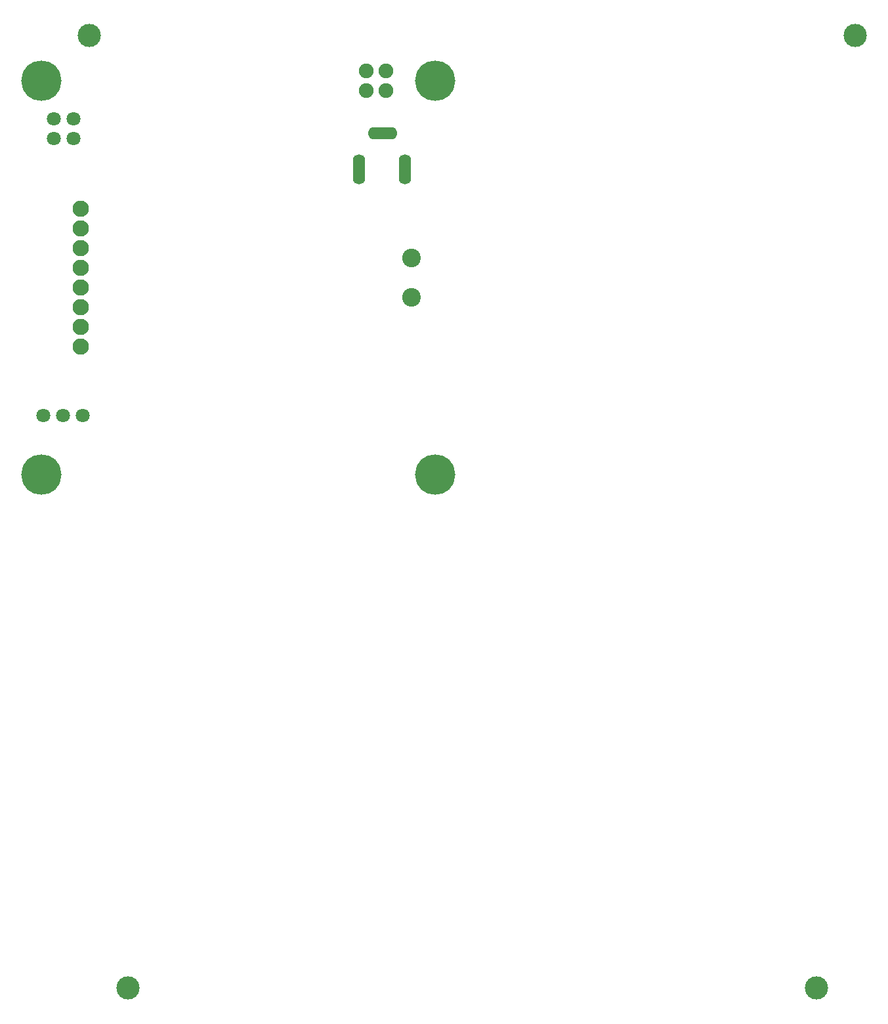
<source format=gbs>
G04 Layer: BottomSolderMaskLayer*
G04 Panelize: V-CUT, Column: 2, Row: 2, Board Size: 58.42mm x 58.42mm, Panelized Board Size: 118.84mm x 118.84mm*
G04 EasyEDA v6.5.34, 2023-08-04 19:32:33*
G04 a0606e6caba547089c08a3f75083e84a,5a6b42c53f6a479593ecc07194224c93,10*
G04 Gerber Generator version 0.2*
G04 Scale: 100 percent, Rotated: No, Reflected: No *
G04 Dimensions in millimeters *
G04 leading zeros omitted , absolute positions ,4 integer and 5 decimal *
%FSLAX45Y45*%
%MOMM*%

%ADD10O,3.8015926X1.6015970000000002*%
%ADD11O,1.6015970000000002X3.9015924*%
%ADD12C,2.4032*%
%ADD13C,5.2032*%
%ADD14C,1.9016*%
%ADD15C,2.1016*%
%ADD16C,1.8016*%
%ADD17C,3.0000*%

%LPD*%
D10*
G01*
X4780000Y4779137D03*
D11*
G01*
X5075174Y4314062D03*
G01*
X4475225Y4314062D03*
D12*
G01*
X5156200Y2667000D03*
G01*
X5156200Y3175000D03*
D13*
G01*
X381000Y5461000D03*
G01*
X5461000Y5461000D03*
G01*
X5461000Y381000D03*
G01*
X381000Y381000D03*
D14*
G01*
X4826000Y5588000D03*
G01*
X4826000Y5334000D03*
G01*
X4572000Y5334000D03*
G01*
X4572000Y5588000D03*
D15*
G01*
X885418Y2034794D03*
G01*
X885418Y2288794D03*
G01*
X885418Y2542794D03*
G01*
X885418Y2796794D03*
G01*
X885418Y3050794D03*
G01*
X885418Y3304794D03*
G01*
X885418Y3558794D03*
G01*
X885418Y3812794D03*
D16*
G01*
X800100Y4711674D03*
G01*
X546100Y4711674D03*
G01*
X800100Y4965674D03*
G01*
X546100Y4965674D03*
G01*
X406400Y1143000D03*
G01*
X660400Y1143000D03*
G01*
X914400Y1143000D03*
D17*
G01*
X999997Y6041999D03*
G01*
X10884001Y6041999D03*
G01*
X1499996Y-6241999D03*
G01*
X10384002Y-6241999D03*
M02*

</source>
